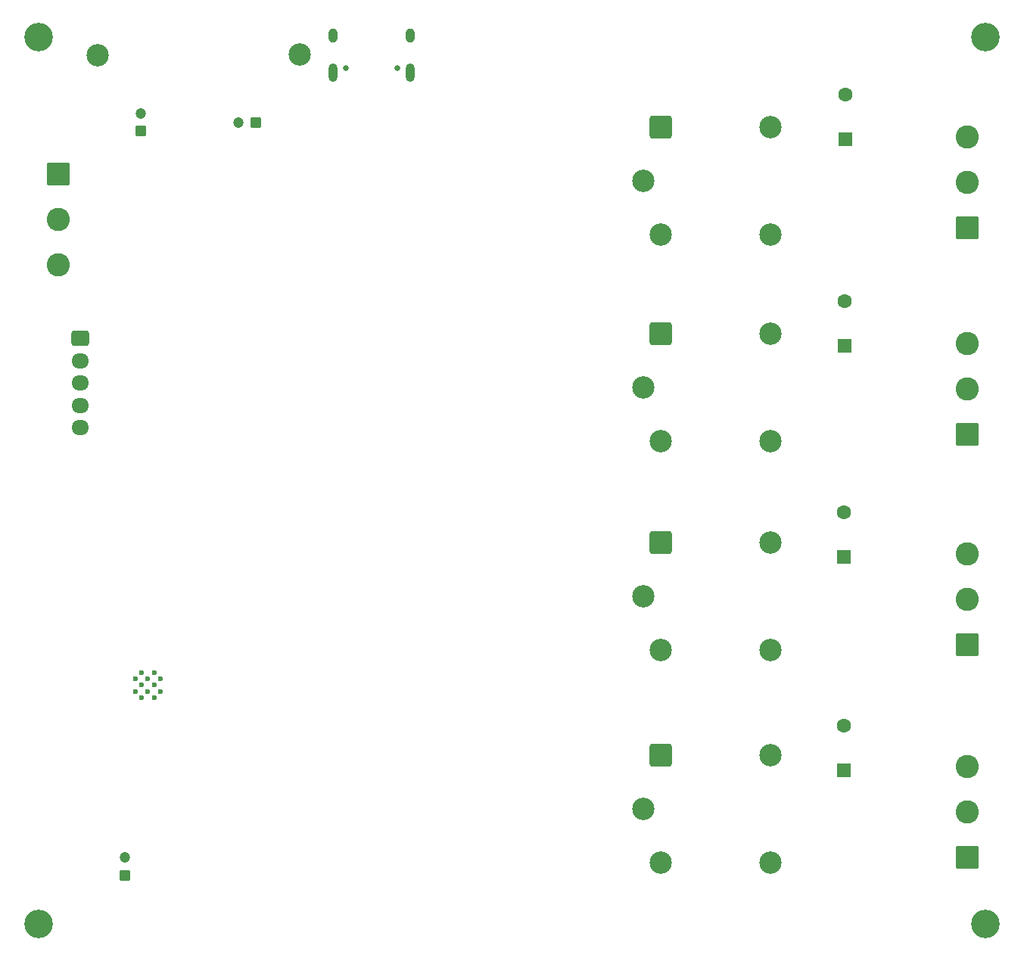
<source format=gbs>
G04 #@! TF.GenerationSoftware,KiCad,Pcbnew,9.0.2*
G04 #@! TF.CreationDate,2025-06-16T21:06:24+01:00*
G04 #@! TF.ProjectId,WS2812B_strip_driver_wled,57533238-3132-4425-9f73-747269705f64,rev?*
G04 #@! TF.SameCoordinates,Original*
G04 #@! TF.FileFunction,Soldermask,Bot*
G04 #@! TF.FilePolarity,Negative*
%FSLAX46Y46*%
G04 Gerber Fmt 4.6, Leading zero omitted, Abs format (unit mm)*
G04 Created by KiCad (PCBNEW 9.0.2) date 2025-06-16 21:06:24*
%MOMM*%
%LPD*%
G01*
G04 APERTURE LIST*
G04 Aperture macros list*
%AMRoundRect*
0 Rectangle with rounded corners*
0 $1 Rounding radius*
0 $2 $3 $4 $5 $6 $7 $8 $9 X,Y pos of 4 corners*
0 Add a 4 corners polygon primitive as box body*
4,1,4,$2,$3,$4,$5,$6,$7,$8,$9,$2,$3,0*
0 Add four circle primitives for the rounded corners*
1,1,$1+$1,$2,$3*
1,1,$1+$1,$4,$5*
1,1,$1+$1,$6,$7*
1,1,$1+$1,$8,$9*
0 Add four rect primitives between the rounded corners*
20,1,$1+$1,$2,$3,$4,$5,0*
20,1,$1+$1,$4,$5,$6,$7,0*
20,1,$1+$1,$6,$7,$8,$9,0*
20,1,$1+$1,$8,$9,$2,$3,0*%
G04 Aperture macros list end*
%ADD10C,2.500000*%
%ADD11RoundRect,0.250000X-1.000000X-1.000000X1.000000X-1.000000X1.000000X1.000000X-1.000000X1.000000X0*%
%ADD12RoundRect,0.250000X1.050000X-1.050000X1.050000X1.050000X-1.050000X1.050000X-1.050000X-1.050000X0*%
%ADD13C,2.600000*%
%ADD14RoundRect,0.250000X0.550000X-0.550000X0.550000X0.550000X-0.550000X0.550000X-0.550000X-0.550000X0*%
%ADD15C,1.600000*%
%ADD16RoundRect,0.250000X0.350000X-0.350000X0.350000X0.350000X-0.350000X0.350000X-0.350000X-0.350000X0*%
%ADD17C,1.200000*%
%ADD18C,3.200000*%
%ADD19C,0.600000*%
%ADD20C,0.650000*%
%ADD21O,1.000000X2.100000*%
%ADD22O,1.000000X1.600000*%
%ADD23RoundRect,0.250000X-1.050000X1.050000X-1.050000X-1.050000X1.050000X-1.050000X1.050000X1.050000X0*%
%ADD24RoundRect,0.250000X0.350000X0.350000X-0.350000X0.350000X-0.350000X-0.350000X0.350000X-0.350000X0*%
%ADD25RoundRect,0.250000X-0.725000X0.600000X-0.725000X-0.600000X0.725000X-0.600000X0.725000X0.600000X0*%
%ADD26O,1.950000X1.700000*%
G04 APERTURE END LIST*
D10*
G04 #@! TO.C,K1*
X84225000Y-93449503D03*
X98425000Y-87449503D03*
X98425000Y-99449503D03*
D11*
X86225000Y-87449503D03*
D10*
X86225000Y-99449503D03*
G04 #@! TD*
D12*
G04 #@! TO.C,J1*
X120500000Y-98744503D03*
D13*
X120500000Y-93664503D03*
X120500000Y-88584503D03*
G04 #@! TD*
D14*
G04 #@! TO.C,C13*
X106825000Y-88844503D03*
D15*
X106825000Y-83844503D03*
G04 #@! TD*
D10*
G04 #@! TO.C,K2*
X84225000Y-116571336D03*
X98425000Y-110571336D03*
X98425000Y-122571336D03*
D11*
X86225000Y-110571336D03*
D10*
X86225000Y-122571336D03*
G04 #@! TD*
D14*
G04 #@! TO.C,C12*
X106750000Y-111959669D03*
D15*
X106750000Y-106959669D03*
G04 #@! TD*
D12*
G04 #@! TO.C,J2*
X120500000Y-121866336D03*
D13*
X120500000Y-116786336D03*
X120500000Y-111706336D03*
G04 #@! TD*
D14*
G04 #@! TO.C,C10*
X106690000Y-135582485D03*
D15*
X106690000Y-130582485D03*
G04 #@! TD*
D16*
G04 #@! TO.C,C2*
X28010000Y-87905199D03*
D17*
X28010000Y-85905199D03*
G04 #@! TD*
D18*
G04 #@! TO.C,H1*
X16600000Y-77400000D03*
G04 #@! TD*
D19*
G04 #@! TO.C,U1*
X28115000Y-151280000D03*
X29515000Y-151280000D03*
X27415000Y-150580000D03*
X28815000Y-150580000D03*
X30215000Y-150580000D03*
X28115000Y-149880000D03*
X29515000Y-149880000D03*
X27415000Y-149180000D03*
X28815000Y-149180000D03*
X30215000Y-149180000D03*
X28115000Y-148480000D03*
X29515000Y-148480000D03*
G04 #@! TD*
D14*
G04 #@! TO.C,C11*
X106690000Y-159460000D03*
D15*
X106690000Y-154460000D03*
G04 #@! TD*
D12*
G04 #@! TO.C,J4*
X120500000Y-169155000D03*
D13*
X120500000Y-164075000D03*
X120500000Y-158995000D03*
G04 #@! TD*
D20*
G04 #@! TO.C,J8*
X56740000Y-80825000D03*
X50960000Y-80825000D03*
D21*
X58170000Y-81355000D03*
D22*
X58170000Y-77175000D03*
D21*
X49530000Y-81355000D03*
D22*
X49530000Y-77175000D03*
G04 #@! TD*
D23*
G04 #@! TO.C,J5*
X18800000Y-92730000D03*
D13*
X18800000Y-97810000D03*
X18800000Y-102890000D03*
G04 #@! TD*
D18*
G04 #@! TO.C,H3*
X16600000Y-176600000D03*
G04 #@! TD*
D10*
G04 #@! TO.C,K4*
X84225000Y-163737500D03*
X98425000Y-157737500D03*
X98425000Y-169737500D03*
D11*
X86225000Y-157737500D03*
D10*
X86225000Y-169737500D03*
G04 #@! TD*
D18*
G04 #@! TO.C,H4*
X122500000Y-176600000D03*
G04 #@! TD*
D10*
G04 #@! TO.C,K3*
X84225000Y-139956917D03*
X98425000Y-133956917D03*
X98425000Y-145956917D03*
D11*
X86225000Y-133956917D03*
D10*
X86225000Y-145956917D03*
G04 #@! TD*
D18*
G04 #@! TO.C,H2*
X122500000Y-77400000D03*
G04 #@! TD*
D12*
G04 #@! TO.C,J3*
X120500000Y-145374417D03*
D13*
X120500000Y-140294417D03*
X120500000Y-135214417D03*
G04 #@! TD*
D24*
G04 #@! TO.C,C1*
X40920000Y-86960000D03*
D17*
X38920000Y-86960000D03*
G04 #@! TD*
D25*
G04 #@! TO.C,J6*
X21250000Y-111100000D03*
D26*
X21250000Y-113600000D03*
X21250000Y-116100000D03*
X21250000Y-118600000D03*
X21250000Y-121100000D03*
G04 #@! TD*
D10*
G04 #@! TO.C,F5*
X23152500Y-79390000D03*
X45758500Y-79367000D03*
G04 #@! TD*
D16*
G04 #@! TO.C,C3*
X26240000Y-171172599D03*
D17*
X26240000Y-169172599D03*
G04 #@! TD*
M02*

</source>
